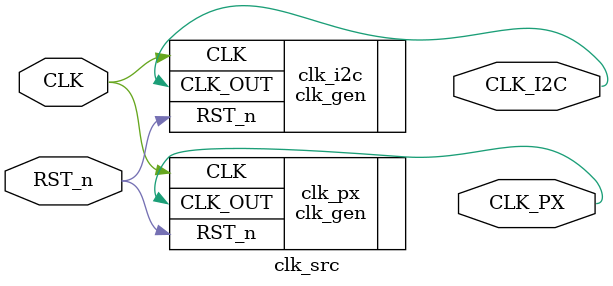
<source format=v>

module clk_src (
  input CLK,
  input RST_n,
  output CLK_PX,
  output CLK_I2C
);

//=============================================
// ==> Parameters
//=============================================
// PX counter config
// For 25MHz clock:
//    counter width  = 4-bits
//    preload value  = 14
parameter CTR_WIDTH_PX    = 4'd4;       // Counter width
parameter CTR_PRELOAD_PX  = 4'd14;      // Preload value

// I2C counter config
// For 10 kHz clock:
//    counter width  = 12-bits
//    num of counts  = 20ns * X = 50us ==> 2500 counts
//    preload value  = 2^12 - 2500 = 1596
parameter CTR_WIDTH_I2C   = 5'd12;      // Counter width
parameter CTR_PRELOAD_I2C = 15'd1596;   // Preload value

//=============================================
// ==> Counters
//=============================================
// PX counter
clk_gen #(.CTR_WIDTH(CTR_WIDTH_PX), .CTR_PRELOAD(CTR_PRELOAD_PX)) clk_px (
  .CLK(CLK),
  .RST_n(RST_n),
  .CLK_OUT(CLK_PX)
);

// I2C counter
clk_gen #(.CTR_WIDTH(CTR_WIDTH_I2C), .CTR_PRELOAD(CTR_PRELOAD_I2C)) clk_i2c (
  .CLK(CLK),
  .RST_n(RST_n),
  .CLK_OUT(CLK_I2C)
);

endmodule


</source>
